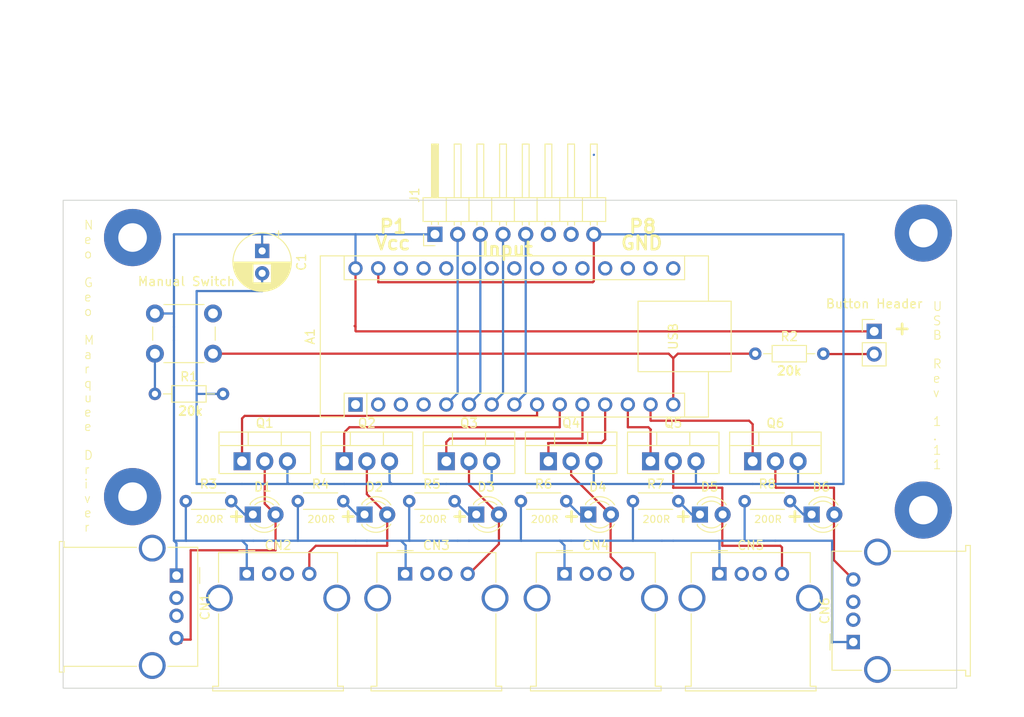
<source format=kicad_pcb>
(kicad_pcb (version 20241229) (generator "pcbnew") (generator_version "9.0")
  (layers (0 "F.Cu" signal) (2 "B.Cu" signal) (13 "F.Paste" user) (15 "B.Paste" user) (5 "F.SilkS" user "F.Silkscreen") (7 "B.SilkS" user "B.Silkscreen") (1 "F.Mask" user) (3 "B.Mask" user) (25 "Edge.Cuts" user))
  (net 0 "")
  (footprint "Resistor_THT:R_Axial_DIN0204_L3.6mm_D1.6mm_P5.08mm_Horizontal" (layer "F.Cu") (at 141.54 92.09)
    (property "Reference" "R7" (at 2.54 -1.92 0) (layer "F.SilkS"))
    (property "Value" "R_Axial_DIN0204_L3.6mm_D1.6mm_P5.08mm_Horizontal")
    (pad "1" thru_hole circle (at 0 0) (size 1.4 1.4) (drill 0.7) (layers "*.Cu" "*.Mask"))
    (pad "2" thru_hole oval (at 5.08 0) (size 1.4 1.4) (drill 0.7) (layers "*.Cu" "*.Mask"))
  )
  (footprint "Resistor_THT:R_Axial_DIN0204_L3.6mm_D1.6mm_P5.08mm_Horizontal" (layer "F.Cu") (at 91.5 92.09)
    (property "Reference" "R3" (at 2.54 -1.92 0) (layer "F.SilkS"))
    (property "Value" "R_Axial_DIN0204_L3.6mm_D1.6mm_P5.08mm_Horizontal")
    (pad "1" thru_hole circle (at 0 0) (size 1.4 1.4) (drill 0.7) (layers "*.Cu" "*.Mask"))
    (pad "2" thru_hole oval (at 5.08 0) (size 1.4 1.4) (drill 0.7) (layers "*.Cu" "*.Mask"))
  )
  (footprint "Connector_USB:USB_A_Molex_67643_Horizontal" (layer "F.Cu") (at 133.88 100.23)
    (property "Reference" "CN4" (at 3.5 -3.19 0) (layer "F.SilkS"))
    (property "Value" "USB_A_Molex_67643_Horizontal")
    (pad "1" thru_hole rect (at 0 0) (size 1.6 1.5) (drill 0.95) (layers "*.Cu" "*.Mask"))
    (pad "2" thru_hole circle (at 2.5 0) (size 1.6 1.6) (drill 0.95) (layers "*.Cu" "*.Mask"))
    (pad "3" thru_hole circle (at 4.5 0) (size 1.6 1.6) (drill 0.95) (layers "*.Cu" "*.Mask"))
    (pad "4" thru_hole circle (at 7 0) (size 1.6 1.6) (drill 0.95) (layers "*.Cu" "*.Mask"))
    (pad "5" thru_hole circle (at -3.07 2.71) (size 3 3) (drill 2.3) (layers "*.Cu" "*.Mask"))
    (pad "5" thru_hole circle (at 10.07 2.71) (size 3 3) (drill 2.3) (layers "*.Cu" "*.Mask"))
  )
  (footprint "Connector_USB:USB_A_Molex_67643_Horizontal" (layer "F.Cu") (at 166.2 107.86 90)
    (property "Reference" "CN6" (at 3.5 -3.19 90) (layer "F.SilkS"))
    (property "Value" "USB_A_Molex_67643_Horizontal")
    (pad "1" thru_hole rect (at 0 0 90) (size 1.6 1.5) (drill 0.95) (layers "*.Cu" "*.Mask"))
    (pad "2" thru_hole circle (at 2.5 0 90) (size 1.6 1.6) (drill 0.95) (layers "*.Cu" "*.Mask"))
    (pad "3" thru_hole circle (at 4.5 0 90) (size 1.6 1.6) (drill 0.95) (layers "*.Cu" "*.Mask"))
    (pad "4" thru_hole circle (at 7 0 90) (size 1.6 1.6) (drill 0.95) (layers "*.Cu" "*.Mask"))
    (pad "5" thru_hole circle (at -3.07 2.71 90) (size 3 3) (drill 2.3) (layers "*.Cu" "*.Mask"))
    (pad "5" thru_hole circle (at 10.07 2.71 90) (size 3 3) (drill 2.3) (layers "*.Cu" "*.Mask"))
  )
  (footprint "Button_Switch_THT:SW_PUSH_6mm_H5mm" (layer "F.Cu") (at 88.04 71.09)
    (property "Reference" "REF**" (hide yes))
    (property "Value" "SW_PUSH_6mm_H5mm")
    (pad "1" thru_hole circle (at 0 0 90) (size 2 2) (drill 1.1) (layers "*.Cu" "*.Mask"))
    (pad "1" thru_hole circle (at 6.5 0 90) (size 2 2) (drill 1.1) (layers "*.Cu" "*.Mask"))
    (pad "2" thru_hole circle (at 0 4.5 90) (size 2 2) (drill 1.1) (layers "*.Cu" "*.Mask"))
    (pad "2" thru_hole circle (at 6.5 4.5 90) (size 2 2) (drill 1.1) (layers "*.Cu" "*.Mask"))
  )
  (footprint "Resistor_THT:R_Axial_DIN0204_L3.6mm_D1.6mm_P7.62mm_Horizontal" (layer "F.Cu") (at 155.23 75.59)
    (property "Reference" "R2" (at 3.81 -1.92 0) (layer "F.SilkS"))
    (property "Value" "R_Axial_DIN0204_L3.6mm_D1.6mm_P7.62mm_Horizontal")
    (pad "1" thru_hole circle (at 0 0) (size 1.4 1.4) (drill 0.7) (layers "*.Cu" "*.Mask"))
    (pad "2" thru_hole oval (at 7.62 0) (size 1.4 1.4) (drill 0.7) (layers "*.Cu" "*.Mask"))
  )
  (footprint "LED_THT:LED_D3.0mm" (layer "F.Cu") (at 99 93.59)
    (property "Reference" "D1" (hide yes))
    (property "Value" "LED_D3.0mm")
    (pad "1" thru_hole rect (at 0 0) (size 1.8 1.8) (drill 0.9) (layers "*.Cu" "*.Mask"))
    (pad "2" thru_hole circle (at 2.54 0) (size 1.8 1.8) (drill 0.9) (layers "*.Cu" "*.Mask"))
  )
  (footprint "MountingHole:MountingHole_3.2mm_M3_Pad" (layer "F.Cu") (at 85.54 62.59)
    (property "Reference" "REF**" (hide yes))
    (property "Value" "MountingHole_3.2mm_M3_Pad")
    (pad "1" thru_hole circle (at 0 0) (size 6.4 6.4) (drill 3.2) (layers "*.Cu" "*.Mask"))
  )
  (footprint "LED_THT:LED_D3.0mm" (layer "F.Cu") (at 161.54 93.59)
    (property "Reference" "D6" (hide yes))
    (property "Value" "LED_D3.0mm")
    (pad "1" thru_hole rect (at 0 0) (size 1.8 1.8) (drill 0.9) (layers "*.Cu" "*.Mask"))
    (pad "2" thru_hole circle (at 2.54 0) (size 1.8 1.8) (drill 0.9) (layers "*.Cu" "*.Mask"))
  )
  (footprint "LED_THT:LED_D3.0mm" (layer "F.Cu") (at 149.04 93.59)
    (property "Reference" "D5" (hide yes))
    (property "Value" "LED_D3.0mm")
    (pad "1" thru_hole rect (at 0 0) (size 1.8 1.8) (drill 0.9) (layers "*.Cu" "*.Mask"))
    (pad "2" thru_hole circle (at 2.54 0) (size 1.8 1.8) (drill 0.9) (layers "*.Cu" "*.Mask"))
  )
  (footprint "Connector_USB:USB_A_Molex_67643_Horizontal" (layer "F.Cu") (at 116.04 100.23)
    (property "Reference" "CN3" (at 3.5 -3.19 0) (layer "F.SilkS"))
    (property "Value" "USB_A_Molex_67643_Horizontal")
    (pad "1" thru_hole rect (at 0 0) (size 1.6 1.5) (drill 0.95) (layers "*.Cu" "*.Mask"))
    (pad "2" thru_hole circle (at 2.5 0) (size 1.6 1.6) (drill 0.95) (layers "*.Cu" "*.Mask"))
    (pad "3" thru_hole circle (at 4.5 0) (size 1.6 1.6) (drill 0.95) (layers "*.Cu" "*.Mask"))
    (pad "4" thru_hole circle (at 7 0) (size 1.6 1.6) (drill 0.95) (layers "*.Cu" "*.Mask"))
    (pad "5" thru_hole circle (at -3.07 2.71) (size 3 3) (drill 2.3) (layers "*.Cu" "*.Mask"))
    (pad "5" thru_hole circle (at 10.07 2.71) (size 3 3) (drill 2.3) (layers "*.Cu" "*.Mask"))
  )
  (footprint "Package_TO_SOT_THT:TO-220-3_Vertical" (layer "F.Cu") (at 154.94 87.63)
    (property "Reference" "Q6" (at 2.54 -4.27 0) (layer "F.SilkS"))
    (property "Value" "TO-220-3_Vertical")
    (pad "1" thru_hole rect (at 0 0) (size 1.905 2) (drill 1.1) (layers "*.Cu" "*.Mask"))
    (pad "2" thru_hole oval (at 2.54 0) (size 1.905 2) (drill 1.1) (layers "*.Cu" "*.Mask"))
    (pad "3" thru_hole oval (at 5.08 0) (size 1.905 2) (drill 1.1) (layers "*.Cu" "*.Mask"))
  )
  (footprint "Capacitor_THT:CP_Radial_D6.3mm_P2.50mm" (layer "F.Cu") (at 100.04 64.09 -90)
    (property "Reference" "C1" (at 1.25 -4.4 90) (layer "F.SilkS"))
    (property "Value" "CP_Radial_D6.3mm_P2.50mm")
    (pad "1" thru_hole rect (at 0 0 270) (size 1.6 1.6) (drill 0.8) (layers "*.Cu" "*.Mask"))
    (pad "2" thru_hole circle (at 2.5 0 270) (size 1.6 1.6) (drill 0.8) (layers "*.Cu" "*.Mask"))
  )
  (footprint "MountingHole:MountingHole_3.2mm_M3_Pad" (layer "F.Cu") (at 174.04 93.09)
    (property "Reference" "REF**" (hide yes))
    (property "Value" "MountingHole_3.2mm_M3_Pad")
    (pad "1" thru_hole circle (at 0 0) (size 6.4 6.4) (drill 3.2) (layers "*.Cu" "*.Mask"))
  )
  (footprint "Connector_USB:USB_A_Molex_67643_Horizontal" (layer "F.Cu") (at 90.45 100.42 -90)
    (property "Reference" "CN1" (at 3.5 -3.19 90) (layer "F.SilkS"))
    (property "Value" "USB_A_Molex_67643_Horizontal")
    (pad "1" thru_hole rect (at 0 0 270) (size 1.6 1.5) (drill 0.95) (layers "*.Cu" "*.Mask"))
    (pad "2" thru_hole circle (at 2.5 0 270) (size 1.6 1.6) (drill 0.95) (layers "*.Cu" "*.Mask"))
    (pad "3" thru_hole circle (at 4.5 0 270) (size 1.6 1.6) (drill 0.95) (layers "*.Cu" "*.Mask"))
    (pad "4" thru_hole circle (at 7 0 270) (size 1.6 1.6) (drill 0.95) (layers "*.Cu" "*.Mask"))
    (pad "5" thru_hole circle (at -3.07 2.71 270) (size 3 3) (drill 2.3) (layers "*.Cu" "*.Mask"))
    (pad "5" thru_hole circle (at 10.07 2.71 270) (size 3 3) (drill 2.3) (layers "*.Cu" "*.Mask"))
  )
  (footprint "Package_TO_SOT_THT:TO-220-3_Vertical" (layer "F.Cu") (at 109.22 87.63)
    (property "Reference" "Q2" (at 2.54 -4.27 0) (layer "F.SilkS"))
    (property "Value" "TO-220-3_Vertical")
    (pad "1" thru_hole rect (at 0 0) (size 1.905 2) (drill 1.1) (layers "*.Cu" "*.Mask"))
    (pad "2" thru_hole oval (at 2.54 0) (size 1.905 2) (drill 1.1) (layers "*.Cu" "*.Mask"))
    (pad "3" thru_hole oval (at 5.08 0) (size 1.905 2) (drill 1.1) (layers "*.Cu" "*.Mask"))
  )
  (footprint "Resistor_THT:R_Axial_DIN0204_L3.6mm_D1.6mm_P5.08mm_Horizontal" (layer "F.Cu") (at 104.04 92.09)
    (property "Reference" "R4" (at 2.54 -1.92 0) (layer "F.SilkS"))
    (property "Value" "R_Axial_DIN0204_L3.6mm_D1.6mm_P5.08mm_Horizontal")
    (pad "1" thru_hole circle (at 0 0) (size 1.4 1.4) (drill 0.7) (layers "*.Cu" "*.Mask"))
    (pad "2" thru_hole oval (at 5.08 0) (size 1.4 1.4) (drill 0.7) (layers "*.Cu" "*.Mask"))
  )
  (footprint "Resistor_THT:R_Axial_DIN0204_L3.6mm_D1.6mm_P5.08mm_Horizontal" (layer "F.Cu") (at 154.04 92.09)
    (property "Reference" "R8" (at 2.54 -1.92 0) (layer "F.SilkS"))
    (property "Value" "R_Axial_DIN0204_L3.6mm_D1.6mm_P5.08mm_Horizontal")
    (pad "1" thru_hole circle (at 0 0) (size 1.4 1.4) (drill 0.7) (layers "*.Cu" "*.Mask"))
    (pad "2" thru_hole oval (at 5.08 0) (size 1.4 1.4) (drill 0.7) (layers "*.Cu" "*.Mask"))
  )
  (footprint "LED_THT:LED_D3.0mm" (layer "F.Cu") (at 136.54 93.59)
    (property "Reference" "D4" (hide yes))
    (property "Value" "LED_D3.0mm")
    (pad "1" thru_hole rect (at 0 0) (size 1.8 1.8) (drill 0.9) (layers "*.Cu" "*.Mask"))
    (pad "2" thru_hole circle (at 2.54 0) (size 1.8 1.8) (drill 0.9) (layers "*.Cu" "*.Mask"))
  )
  (footprint "LED_THT:LED_D3.0mm" (layer "F.Cu") (at 124 93.59)
    (property "Reference" "D3" (hide yes))
    (property "Value" "LED_D3.0mm")
    (pad "1" thru_hole rect (at 0 0) (size 1.8 1.8) (drill 0.9) (layers "*.Cu" "*.Mask"))
    (pad "2" thru_hole circle (at 2.54 0) (size 1.8 1.8) (drill 0.9) (layers "*.Cu" "*.Mask"))
  )
  (footprint "Package_TO_SOT_THT:TO-220-3_Vertical" (layer "F.Cu") (at 143.51 87.63)
    (property "Reference" "Q5" (at 2.54 -4.27 0) (layer "F.SilkS"))
    (property "Value" "TO-220-3_Vertical")
    (pad "1" thru_hole rect (at 0 0) (size 1.905 2) (drill 1.1) (layers "*.Cu" "*.Mask"))
    (pad "2" thru_hole oval (at 2.54 0) (size 1.905 2) (drill 1.1) (layers "*.Cu" "*.Mask"))
    (pad "3" thru_hole oval (at 5.08 0) (size 1.905 2) (drill 1.1) (layers "*.Cu" "*.Mask"))
  )
  (footprint "MountingHole:MountingHole_3.2mm_M3_Pad" (layer "F.Cu") (at 174.04 62.09)
    (property "Reference" "REF**" (hide yes))
    (property "Value" "MountingHole_3.2mm_M3_Pad")
    (pad "1" thru_hole circle (at 0 0) (size 6.4 6.4) (drill 3.2) (layers "*.Cu" "*.Mask"))
  )
  (footprint "Resistor_THT:R_Axial_DIN0204_L3.6mm_D1.6mm_P7.62mm_Horizontal" (layer "F.Cu") (at 88.04 80.09)
    (property "Reference" "R1" (at 3.81 -1.92 0) (layer "F.SilkS"))
    (property "Value" "R_Axial_DIN0204_L3.6mm_D1.6mm_P7.62mm_Horizontal")
    (pad "1" thru_hole circle (at 0 0) (size 1.4 1.4) (drill 0.7) (layers "*.Cu" "*.Mask"))
    (pad "2" thru_hole oval (at 7.62 0) (size 1.4 1.4) (drill 0.7) (layers "*.Cu" "*.Mask"))
  )
  (footprint "Resistor_THT:R_Axial_DIN0204_L3.6mm_D1.6mm_P5.08mm_Horizontal" (layer "F.Cu") (at 116.5 92.09)
    (property "Reference" "R5" (at 2.54 -1.92 0) (layer "F.SilkS"))
    (property "Value" "R_Axial_DIN0204_L3.6mm_D1.6mm_P5.08mm_Horizontal")
    (pad "1" thru_hole circle (at 0 0) (size 1.4 1.4) (drill 0.7) (layers "*.Cu" "*.Mask"))
    (pad "2" thru_hole oval (at 5.08 0) (size 1.4 1.4) (drill 0.7) (layers "*.Cu" "*.Mask"))
  )
  (footprint "Package_TO_SOT_THT:TO-220-3_Vertical" (layer "F.Cu") (at 132.08 87.63)
    (property "Reference" "Q4" (at 2.54 -4.27 0) (layer "F.SilkS"))
    (property "Value" "TO-220-3_Vertical")
    (pad "1" thru_hole rect (at 0 0) (size 1.905 2) (drill 1.1) (layers "*.Cu" "*.Mask"))
    (pad "2" thru_hole oval (at 2.54 0) (size 1.905 2) (drill 1.1) (layers "*.Cu" "*.Mask"))
    (pad "3" thru_hole oval (at 5.08 0) (size 1.905 2) (drill 1.1) (layers "*.Cu" "*.Mask"))
  )
  (footprint "Connector_USB:USB_A_Molex_67643_Horizontal" (layer "F.Cu") (at 98.32 100.23)
    (property "Reference" "CN2" (at 3.5 -3.19 0) (layer "F.SilkS"))
    (property "Value" "USB_A_Molex_67643_Horizontal")
    (pad "1" thru_hole rect (at 0 0) (size 1.6 1.5) (drill 0.95) (layers "*.Cu" "*.Mask"))
    (pad "2" thru_hole circle (at 2.5 0) (size 1.6 1.6) (drill 0.95) (layers "*.Cu" "*.Mask"))
    (pad "3" thru_hole circle (at 4.5 0) (size 1.6 1.6) (drill 0.95) (layers "*.Cu" "*.Mask"))
    (pad "4" thru_hole circle (at 7 0) (size 1.6 1.6) (drill 0.95) (layers "*.Cu" "*.Mask"))
    (pad "5" thru_hole circle (at -3.07 2.71) (size 3 3) (drill 2.3) (layers "*.Cu" "*.Mask"))
    (pad "5" thru_hole circle (at 10.07 2.71) (size 3 3) (drill 2.3) (layers "*.Cu" "*.Mask"))
  )
  (footprint "Connector_USB:USB_A_Molex_67643_Horizontal" (layer "F.Cu") (at 151.22 100.23)
    (property "Reference" "CN5" (at 3.5 -3.19 0) (layer "F.SilkS"))
    (property "Value" "USB_A_Molex_67643_Horizontal")
    (pad "1" thru_hole rect (at 0 0) (size 1.6 1.5) (drill 0.95) (layers "*.Cu" "*.Mask"))
    (pad "2" thru_hole circle (at 2.5 0) (size 1.6 1.6) (drill 0.95) (layers "*.Cu" "*.Mask"))
    (pad "3" thru_hole circle (at 4.5 0) (size 1.6 1.6) (drill 0.95) (layers "*.Cu" "*.Mask"))
    (pad "4" thru_hole circle (at 7 0) (size 1.6 1.6) (drill 0.95) (layers "*.Cu" "*.Mask"))
    (pad "5" thru_hole circle (at -3.07 2.71) (size 3 3) (drill 2.3) (layers "*.Cu" "*.Mask"))
    (pad "5" thru_hole circle (at 10.07 2.71) (size 3 3) (drill 2.3) (layers "*.Cu" "*.Mask"))
  )
  (footprint "Package_TO_SOT_THT:TO-220-3_Vertical" (layer "F.Cu") (at 120.65 87.63)
    (property "Reference" "Q3" (at 2.54 -4.27 0) (layer "F.SilkS"))
    (property "Value" "TO-220-3_Vertical")
    (pad "1" thru_hole rect (at 0 0) (size 1.905 2) (drill 1.1) (layers "*.Cu" "*.Mask"))
    (pad "2" thru_hole oval (at 2.54 0) (size 1.905 2) (drill 1.1) (layers "*.Cu" "*.Mask"))
    (pad "3" thru_hole oval (at 5.08 0) (size 1.905 2) (drill 1.1) (layers "*.Cu" "*.Mask"))
  )
  (footprint "MountingHole:MountingHole_3.2mm_M3_Pad" (layer "F.Cu") (at 85.54 91.59)
    (property "Reference" "REF**" (hide yes))
    (property "Value" "MountingHole_3.2mm_M3_Pad")
    (pad "1" thru_hole circle (at 0 0) (size 6.4 6.4) (drill 3.2) (layers "*.Cu" "*.Mask"))
  )
  (footprint "Package_TO_SOT_THT:TO-220-3_Vertical" (layer "F.Cu") (at 97.79 87.63)
    (property "Reference" "Q1" (at 2.54 -4.27 0) (layer "F.SilkS"))
    (property "Value" "TO-220-3_Vertical")
    (pad "1" thru_hole rect (at 0 0) (size 1.905 2) (drill 1.1) (layers "*.Cu" "*.Mask"))
    (pad "2" thru_hole oval (at 2.54 0) (size 1.905 2) (drill 1.1) (layers "*.Cu" "*.Mask"))
    (pad "3" thru_hole oval (at 5.08 0) (size 1.905 2) (drill 1.1) (layers "*.Cu" "*.Mask"))
  )
  (footprint "Module:Arduino_Nano_WithMountingHoles" (layer "F.Cu") (at 110.49 81.28 90)
    (property "Reference" "A1" (at 7.62 -5.08 90) (layer "F.SilkS"))
    (property "Value" "Arduino_Nano_WithMountingHoles")
    (fp_text user "USB" (at 7.62 35.56 90) (layer "F.SilkS"))
    (pad "" np_thru_hole circle (at 0 -2.54 90) (size 1.78 1.78) (drill 1.78) (layers "*.Cu" "*.Mask"))
    (pad "" np_thru_hole circle (at 0 38.1 90) (size 1.78 1.78) (drill 1.78) (layers "*.Cu" "*.Mask"))
    (pad "" np_thru_hole circle (at 15.24 -2.54 90) (size 1.78 1.78) (drill 1.78) (layers "*.Cu" "*.Mask"))
    (pad "" np_thru_hole circle (at 15.24 38.1 90) (size 1.78 1.78) (drill 1.78) (layers "*.Cu" "*.Mask"))
    (pad "3V3 Out" thru_hole oval (at 15.24 33.02 90) (size 1.6 1.6) (drill 1) (layers "*.Cu" "*.Mask"))
    (pad "5V Out" thru_hole oval (at 15.24 7.62 90) (size 1.6 1.6) (drill 1) (layers "*.Cu" "*.Mask"))
    (pad "A0" thru_hole oval (at 15.24 27.94 90) (size 1.6 1.6) (drill 1) (layers "*.Cu" "*.Mask"))
    (pad "A1" thru_hole oval (at 15.24 25.4 90) (size 1.6 1.6) (drill 1) (layers "*.Cu" "*.Mask"))
    (pad "A2" thru_hole oval (at 15.24 22.86 90) (size 1.6 1.6) (drill 1) (layers "*.Cu" "*.Mask"))
    (pad "A3" thru_hole oval (at 15.24 20.32 90) (size 1.6 1.6) (drill 1) (layers "*.Cu" "*.Mask"))
    (pad "A4" thru_hole oval (at 15.24 17.78 90) (size 1.6 1.6) (drill 1) (layers "*.Cu" "*.Mask"))
    (pad "A5" thru_hole oval (at 15.24 15.24 90) (size 1.6 1.6) (drill 1) (layers "*.Cu" "*.Mask"))
    (pad "A6" thru_hole oval (at 15.24 12.7 90) (size 1.6 1.6) (drill 1) (layers "*.Cu" "*.Mask"))
    (pad "A7" thru_hole oval (at 15.24 10.16 90) (size 1.6 1.6) (drill 1) (layers "*.Cu" "*.Mask"))
    (pad "D2" thru_hole oval (at 0 10.16 90) (size 1.6 1.6) (drill 1) (layers "*.Cu" "*.Mask"))
    (pad "D3" thru_hole oval (at 0 12.7 90) (size 1.6 1.6) (drill 1) (layers "*.Cu" "*.Mask"))
    (pad "D4" thru_hole oval (at 0 15.24 90) (size 1.6 1.6) (drill 1) (layers "*.Cu" "*.Mask"))
    (pad "D5" thru_hole oval (at 0 17.78 90) (size 1.6 1.6) (drill 1) (layers "*.Cu" "*.Mask"))
    (pad "D6" thru_hole oval (at 0 20.32 90) (size 1.6 1.6) (drill 1) (layers "*.Cu" "*.Mask"))
    (pad "D7" thru_hole oval (at 0 22.86 90) (size 1.6 1.6) (drill 1) (layers "*.Cu" "*.Mask"))
    (pad "D8" thru_hole oval (at 0 25.4 90) (size 1.6 1.6) (drill 1) (layers "*.Cu" "*.Mask"))
    (pad "D9" thru_hole oval (at 0 27.94 90) (size 1.6 1.6) (drill 1) (layers "*.Cu" "*.Mask"))
    (pad "D10" thru_hole oval (at 0 30.48 90) (size 1.6 1.6) (drill 1) (layers "*.Cu" "*.Mask"))
    (pad "D11" thru_hole oval (at 0 33.02 90) (size 1.6 1.6) (drill 1) (layers "*.Cu" "*.Mask"))
    (pad "D12" thru_hole oval (at 0 35.56 90) (size 1.6 1.6) (drill 1) (layers "*.Cu" "*.Mask"))
    (pad "D13" thru_hole oval (at 15.24 35.56 90) (size 1.6 1.6) (drill 1) (layers "*.Cu" "*.Mask"))
    (pad "GND" thru_hole oval (at 0 7.62 90) (size 1.6 1.6) (drill 1) (layers "*.Cu" "*.Mask"))
    (pad "GND" thru_hole oval (at 15.24 2.54 90) (size 1.6 1.6) (drill 1) (layers "*.Cu" "*.Mask"))
    (pad "REF" thru_hole oval (at 15.24 30.48 90) (size 1.6 1.6) (drill 1) (layers "*.Cu" "*.Mask"))
    (pad "RST" thru_hole oval (at 0 5.08 90) (size 1.6 1.6) (drill 1) (layers "*.Cu" "*.Mask"))
    (pad "RST" thru_hole oval (at 15.24 5.08 90) (size 1.6 1.6) (drill 1) (layers "*.Cu" "*.Mask"))
    (pad "RX0" thru_hole oval (at 0 2.54 90) (size 1.6 1.6) (drill 1) (layers "*.Cu" "*.Mask"))
    (pad "TX1" thru_hole rect (at 0 0 90) (size 1.6 1.6) (drill 1) (layers "*.Cu" "*.Mask"))
    (pad "Vin" thru_hole oval (at 15.24 0 90) (size 1.6 1.6) (drill 1) (layers "*.Cu" "*.Mask"))
  )
  (footprint "Resistor_THT:R_Axial_DIN0204_L3.6mm_D1.6mm_P5.08mm_Horizontal" (layer "F.Cu") (at 129 92.09)
    (property "Reference" "R6" (at 2.54 -1.92 0) (layer "F.SilkS"))
    (property "Value" "R_Axial_DIN0204_L3.6mm_D1.6mm_P5.08mm_Horizontal")
    (pad "1" thru_hole circle (at 0 0) (size 1.4 1.4) (drill 0.7) (layers "*.Cu" "*.Mask"))
    (pad "2" thru_hole oval (at 5.08 0) (size 1.4 1.4) (drill 0.7) (layers "*.Cu" "*.Mask"))
  )
  (footprint "Connector_PinHeader_2.54mm:PinHeader_1x02_P2.54mm_Vertical" (layer "F.Cu") (at 168.54 73.09)
    (property "Reference" "REF**" (hide yes))
    (property "Value" "PinHeader_1x02_P2.54mm_Vertical")
    (pad "1" thru_hole rect (at 0 0) (size 1.7 1.7) (drill 1) (layers "*.Cu" "*.Mask"))
    (pad "2" thru_hole oval (at 0 2.54) (size 1.7 1.7) (drill 1) (layers "*.Cu" "*.Mask"))
  )
  (footprint "Connector_PinHeader_2.54mm:PinHeader_1x08_P2.54mm_Horizontal" (layer "F.Cu") (at 119.38 62.23 90)
    (property "Reference" "J1" (at 4.385 -2.27 90) (layer "F.SilkS"))
    (property "Value" "PinHeader_1x08_P2.54mm_Horizontal")
    (pad "1" thru_hole rect (at 0 0 90) (size 1.7 1.7) (drill 1) (layers "*.Cu" "*.Mask"))
    (pad "2" thru_hole oval (at 0 2.54 90) (size 1.7 1.7) (drill 1) (layers "*.Cu" "*.Mask"))
    (pad "3" thru_hole oval (at 0 5.08 90) (size 1.7 1.7) (drill 1) (layers "*.Cu" "*.Mask"))
    (pad "4" thru_hole oval (at 0 7.62 90) (size 1.7 1.7) (drill 1) (layers "*.Cu" "*.Mask"))
    (pad "5" thru_hole oval (at 0 10.16 90) (size 1.7 1.7) (drill 1) (layers "*.Cu" "*.Mask"))
    (pad "6" thru_hole oval (at 0 12.7 90) (size 1.7 1.7) (drill 1) (layers "*.Cu" "*.Mask"))
    (pad "7" thru_hole oval (at 0 15.24 90) (size 1.7 1.7) (drill 1) (layers "*.Cu" "*.Mask"))
    (pad "8" thru_hole oval (at 0 17.78 90) (size 1.7 1.7) (drill 1) (layers "*.Cu" "*.Mask"))
  )
  (footprint "LED_THT:LED_D3.0mm" (layer "F.Cu") (at 111.5 93.59)
    (property "Reference" "D2" (hide yes))
    (property "Value" "LED_D3.0mm")
    (pad "1" thru_hole rect (at 0 0) (size 1.8 1.8) (drill 0.9) (layers "*.Cu" "*.Mask"))
    (pad "2" thru_hole circle (at 2.54 0) (size 1.8 1.8) (drill 0.9) (layers "*.Cu" "*.Mask"))
  )
  (gr_rect (start 77.77 58.42) (end 177.77 113.03) (stroke (width 0.1)) (fill no) (layer "Edge.Cuts"))
  (gr_text "D4" (at 136.54 91.09 0) (layer "F.SilkS") (effects (font (size 1 1)) (justify left bottom)))
  (gr_text "D5" (at 149.04 91.09 0) (layer "F.SilkS") (effects (font (size 1 1)) (justify left bottom)))
  (gr_text "+" (at 170.54 73.59 0) (layer "F.SilkS") (effects (font (size 1.5 1.5) (thickness 0.3) (bold yes)) (justify left bottom)))
  (gr_text "+" (at 96.04 94.59 0) (layer "F.SilkS") (effects (font (size 1.5 1.5) (thickness 0.3) (bold yes)) (justify left bottom)))
  (gr_text "200R" (at 155.04 94.59 0) (layer "F.SilkS") (effects (font (size 0.8 0.8) (thickness 0.12)) (justify left bottom)))
  (gr_text "+" (at 121.04 94.59 0) (layer "F.SilkS") (effects (font (size 1.5 1.5) (thickness 0.3) (bold yes)) (justify left bottom)))
  (gr_text "200R" (at 142.54 94.59 0) (layer "F.SilkS") (effects (font (size 0.8 0.8) (thickness 0.12)) (justify left bottom)))
  (gr_text "Manual Switch" (at 86.04 68.09 0) (layer "F.SilkS") (effects (font (size 1 1)) (justify left bottom)))
  (gr_text "D1" (at 99.04 91.09 0) (layer "F.SilkS") (effects (font (size 1 1)) (justify left bottom)))
  (gr_text "20k" (at 90.54 82.59 0) (layer "F.SilkS") (effects (font (size 1 1) (thickness 0.2) (bold yes)) (justify left bottom)))
  (gr_text "200R" (at 117.54 94.59 0) (layer "F.SilkS") (effects (font (size 0.8 0.8) (thickness 0.12)) (justify left bottom)))
  (gr_text "P8" (at 140.97 62.23 0) (layer "F.SilkS") (effects (font (size 1.5 1.5) (thickness 0.3) (bold yes)) (justify left bottom)))
  (gr_text "200R" (at 105.04 94.59 0) (layer "F.SilkS") (effects (font (size 0.8 0.8) (thickness 0.12)) (justify left bottom)))
  (gr_text "20k" (at 157.54 78.09 0) (layer "F.SilkS") (effects (font (size 1 1) (thickness 0.2) (bold yes)) (justify left bottom)))
  (gr_text "+" (at 108.54 94.59 0) (layer "F.SilkS") (effects (font (size 1.5 1.5) (thickness 0.3) (bold yes)) (justify left bottom)))
  (gr_text "GND" (at 140.04 64.09 0) (layer "F.SilkS") (effects (font (size 1.5 1.5) (thickness 0.3) (bold yes)) (justify left bottom)))
  (gr_text "D3" (at 124.04 91.09 0) (layer "F.SilkS") (effects (font (size 1 1)) (justify left bottom)))
  (gr_text "Vcc" (at 112.54 64.09 0) (layer "F.SilkS") (effects (font (size 1.5 1.5) (thickness 0.3) (bold yes)) (justify left bottom)))
  (gr_text "U\nS\nB\n\nR\ne\nv\n\n1\n.\n1\n1" (at 175.04 88.59 0) (layer "F.SilkS") (effects (font (size 1 1) (thickness 0.1)) (justify left bottom)))
  (gr_text "P1" (at 113.03 62.23 0) (layer "F.SilkS") (effects (font (size 1.5 1.5) (thickness 0.3) (bold yes)) (justify left bottom)))
  (gr_text "200R" (at 92.54 94.59 0) (layer "F.SilkS") (effects (font (size 0.8 0.8) (thickness 0.12)) (justify left bottom)))
  (gr_text "Button Header" (at 163.04 70.59 0) (layer "F.SilkS") (effects (font (size 1 1)) (justify left bottom)))
  (gr_text "+" (at 158.54 94.59 0) (layer "F.SilkS") (effects (font (size 1.5 1.5) (thickness 0.3) (bold yes)) (justify left bottom)))
  (gr_text "Input" (at 124.46 64.77 0) (layer "F.SilkS") (effects (font (size 1.5 1.5) (thickness 0.3) (bold yes)) (justify left bottom)))
  (gr_text "+" (at 146.04 94.59 0) (layer "F.SilkS") (effects (font (size 1.5 1.5) (thickness 0.3) (bold yes)) (justify left bottom)))
  (gr_text "D6" (at 161.54 91.09 0) (layer "F.SilkS") (effects (font (size 1 1)) (justify left bottom)))
  (gr_text "+" (at 133.54 94.59 0) (layer "F.SilkS") (effects (font (size 1.5 1.5) (thickness 0.3) (bold yes)) (justify left bottom)))
  (gr_text "N\ne\no\n\nG\ne\no\n\nM\na\nr\nq\nu\ne\ne\n\nD\nr\ni\nv\ne\nr" (at 80.04 95.59 0) (layer "F.SilkS") (effects (font (size 1 1) (thickness 0.1)) (justify left bottom)))
  (gr_text "200R" (at 130.04 94.59 0) (layer "F.SilkS") (effects (font (size 0.8 0.8) (thickness 0.12)) (justify left bottom)))
  (gr_text "D2" (at 111.54 91.09 0) (layer "F.SilkS") (effects (font (size 1 1)) (justify left bottom)))
  (segment (start 143.54 83.09) (end 154.54 83.09) (width 0.25) (layer "F.Cu") (net 0))
  (segment (start 126.54 96.89) (end 123.1 100.33) (width 0.25) (layer "F.Cu") (net 0))
  (segment (start 133.35 81.28) (end 133.35 83.82) (width 0.25) (layer "F.Cu") (net 0))
  (segment (start 146.05 76.1) (end 146.05 81.28) (width 0.25) (layer "F.Cu") (net 0))
  (segment (start 138.43 85.2) (end 138.04 85.59) (width 0.25) (layer "F.Cu") (net 0))
  (segment (start 164.04 93.59) (end 164.04 98.7) (width 0.25) (layer "F.Cu") (net 0))
  (segment (start 143.51 84.12) (end 143.51 87.63) (width 0.25) (layer "F.Cu") (net 0))
  (segment (start 114.04 93.59) (end 114.04 97.09) (width 0.25) (layer "F.Cu") (net 0))
  (segment (start 146.05 90.58) (end 146.04 90.59) (width 0.25) (layer "F.Cu") (net 0))
  (segment (start 164.04 98.7) (end 166.2 100.86) (width 0.25) (layer "F.Cu") (net 0))
  (segment (start 140.97 83.82) (end 143.27 83.82) (width 0.25) (layer "F.Cu") (net 0))
  (segment (start 110.39 72.49) (end 110.49 72.59) (width 0.25) (layer "F.Cu") (net 0))
  (segment (start 158.22 97.27) (end 158.22 100.16) (width 0.25) (layer "F.Cu") (net 0))
  (segment (start 92.04 97.59) (end 92.04 107.59) (width 0.25) (layer "F.Cu") (net 0))
  (segment (start 97.79 82.84) (end 97.79 87.63) (width 0.25) (layer "F.Cu") (net 0))
  (segment (start 151.54 97.09) (end 158.04 97.09) (width 0.25) (layer "F.Cu") (net 0))
  (segment (start 130.81 81.28) (end 130.81 82.55) (width 0.25) (layer "F.Cu") (net 0))
  (segment (start 101.54 93.59) (end 101.54 97.59) (width 0.25) (layer "F.Cu") (net 0))
  (segment (start 90.62 107.59) (end 90.45 107.42) (width 0.25) (layer "F.Cu") (net 0))
  (segment (start 135.89 85.09) (end 135.89 81.28) (width 0.25) (layer "F.Cu") (net 0))
  (segment (start 168.54 73.09) (end 110.54 73.09) (width 0.25) (layer "F.Cu") (net 0))
  (segment (start 101.54 97.59) (end 92.04 97.59) (width 0.25) (layer "F.Cu") (net 0))
  (segment (start 126.54 93.59) (end 126.54 96.89) (width 0.25) (layer "F.Cu") (net 0))
  (segment (start 138.04 85.59) (end 132.04 85.59) (width 0.25) (layer "F.Cu") (net 0))
  (segment (start 146.05 87.63) (end 146.05 90.58) (width 0.25) (layer "F.Cu") (net 0))
  (segment (start 114.04 97.09) (end 106.04 97.09) (width 0.25) (layer "F.Cu") (net 0))
  (segment (start 143.51 81.28) (end 143.51 83.06) (width 0.25) (layer "F.Cu") (net 0))
  (segment (start 111.76 91.31) (end 114.04 93.59) (width 0.25) (layer "F.Cu") (net 0))
  (segment (start 158.04 97.09) (end 158.22 97.27) (width 0.25) (layer "F.Cu") (net 0))
  (segment (start 113.04 66.05) (end 113.03 66.04) (width 0.25) (layer "F.Cu") (net 0))
  (segment (start 98.08 82.55) (end 97.79 82.84) (width 0.25) (layer "F.Cu") (net 0))
  (segment (start 132.04 85.59) (end 132.08 85.63) (width 0.25) (layer "F.Cu") (net 0))
  (segment (start 92.04 107.59) (end 90.62 107.59) (width 0.25) (layer "F.Cu") (net 0))
  (segment (start 134.62 89.17) (end 139.04 93.59) (width 0.25) (layer "F.Cu") (net 0))
  (segment (start 157.48 87.63) (end 157.48 90.53) (width 0.25) (layer "F.Cu") (net 0))
  (segment (start 110.49 73.04) (end 110.49 72.59) (width 0.25) (layer "F.Cu") (net 0))
  (segment (start 120.65 85.48) (end 120.65 87.63) (width 0.25) (layer "F.Cu") (net 0))
  (segment (start 109.22 84.41) (end 109.22 87.63) (width 0.25) (layer "F.Cu") (net 0))
  (segment (start 113.04 67.59) (end 113.04 66.05) (width 0.25) (layer "F.Cu") (net 0))
  (segment (start 137.16 62.23) (end 137.16 67.47) (width 0.25) (layer "F.Cu") (net 0))
  (segment (start 134.62 87.63) (end 134.62 89.17) (width 0.25) (layer "F.Cu") (net 0))
  (segment (start 157.48 90.53) (end 157.54 90.59) (width 0.25) (layer "F.Cu") (net 0))
  (segment (start 157.54 90.59) (end 164.04 90.59) (width 0.25) (layer "F.Cu") (net 0))
  (segment (start 168.54 75.63) (end 162.89 75.63) (width 0.25) (layer "F.Cu") (net 0))
  (segment (start 164.04 90.59) (end 164.04 93.59) (width 0.25) (layer "F.Cu") (net 0))
  (segment (start 154.54 83.09) (end 154.94 83.49) (width 0.25) (layer "F.Cu") (net 0))
  (segment (start 109.81 83.82) (end 109.22 84.41) (width 0.25) (layer "F.Cu") (net 0))
  (segment (start 143.27 83.82) (end 143.54 84.09) (width 0.25) (layer "F.Cu") (net 0))
  (segment (start 110.54 73.09) (end 110.49 73.04) (width 0.25) (layer "F.Cu") (net 0))
  (segment (start 123.19 87.63) (end 123.19 90.24) (width 0.25) (layer "F.Cu") (net 0))
  (segment (start 137.04 67.59) (end 113.04 67.59) (width 0.25) (layer "F.Cu") (net 0))
  (segment (start 111.76 87.63) (end 111.76 91.31) (width 0.25) (layer "F.Cu") (net 0))
  (segment (start 145.54 75.59) (end 146.05 76.1) (width 0.25) (layer "F.Cu") (net 0))
  (segment (start 132.08 85.63) (end 132.08 87.63) (width 0.25) (layer "F.Cu") (net 0))
  (segment (start 137.16 67.47) (end 137.04 67.59) (width 0.25) (layer "F.Cu") (net 0))
  (segment (start 100.33 87.63) (end 100.33 92.38) (width 0.25) (layer "F.Cu") (net 0))
  (segment (start 140.97 81.28) (end 140.97 83.82) (width 0.25) (layer "F.Cu") (net 0))
  (segment (start 90.98 107.95) (end 90.45 107.42) (width 0.25) (layer "F.Cu") (net 0))
  (segment (start 135.89 85.09) (end 121.04 85.09) (width 0.25) (layer "F.Cu") (net 0))
  (segment (start 100.33 92.38) (end 101.54 93.59) (width 0.25) (layer "F.Cu") (net 0))
  (segment (start 110.49 72.59) (end 110.49 66.04) (width 0.25) (layer "F.Cu") (net 0))
  (segment (start 139.04 98.32) (end 140.88 100.16) (width 0.25) (layer "F.Cu") (net 0))
  (segment (start 151.54 90.59) (end 151.54 93.59) (width 0.25) (layer "F.Cu") (net 0))
  (segment (start 143.54 84.09) (end 143.51 84.12) (width 0.25) (layer "F.Cu") (net 0))
  (segment (start 106.04 97.09) (end 105.32 97.81) (width 0.25) (layer "F.Cu") (net 0))
  (segment (start 100.04 87.92) (end 100.33 87.63) (width 0.25) (layer "F.Cu") (net 0))
  (segment (start 137.16 93.98) (end 137.16 93.71) (width 0.25) (layer "F.Cu") (net 0))
  (segment (start 94.54 75.59) (end 145.54 75.59) (width 0.25) (layer "F.Cu") (net 0))
  (segment (start 130.81 82.55) (end 98.08 82.55) (width 0.25) (layer "F.Cu") (net 0))
  (segment (start 151.54 93.59) (end 151.54 97.09) (width 0.25) (layer "F.Cu") (net 0))
  (segment (start 133.35 83.82) (end 109.81 83.82) (width 0.25) (layer "F.Cu") (net 0))
  (segment (start 138.43 81.28) (end 138.43 85.2) (width 0.25) (layer "F.Cu") (net 0))
  (segment (start 146.56 75.59) (end 146.05 76.1) (width 0.25) (layer "F.Cu") (net 0))
  (segment (start 146.04 90.59) (end 151.54 90.59) (width 0.25) (layer "F.Cu") (net 0))
  (segment (start 143.51 83.06) (end 143.54 83.09) (width 0.25) (layer "F.Cu") (net 0))
  (segment (start 154.94 83.49) (end 154.94 87.63) (width 0.25) (layer "F.Cu") (net 0))
  (segment (start 162.89 75.63) (end 162.85 75.59) (width 0.25) (layer "F.Cu") (net 0))
  (segment (start 139.04 93.59) (end 139.04 98.32) (width 0.25) (layer "F.Cu") (net 0))
  (segment (start 121.04 85.09) (end 120.65 85.48) (width 0.25) (layer "F.Cu") (net 0))
  (segment (start 105.32 97.81) (end 105.32 100.33) (width 0.25) (layer "F.Cu") (net 0))
  (segment (start 123.19 90.24) (end 126.54 93.59) (width 0.25) (layer "F.Cu") (net 0))
  (segment (start 155.23 75.59) (end 146.56 75.59) (width 0.25) (layer "F.Cu") (net 0))
  (segment (start 116.54 96.52) (end 121.92 96.52) (width 0.25) (layer "B.Cu") (net 0))
  (segment (start 92.71 80.09) (end 92.71 68.58) (width 0.25) (layer "B.Cu") (net 0))
  (segment (start 104.04 92.09) (end 104.04 96.52) (width 0.25) (layer "B.Cu") (net 0))
  (segment (start 123.08 93.59) (end 124 93.59) (width 0.25) (layer "B.Cu") (net 0))
  (segment (start 110.49 62.23) (end 119.38 62.23) (width 0.25) (layer "B.Cu") (net 0))
  (segment (start 137.04 90.17) (end 143.51 90.17) (width 0.25) (layer "B.Cu") (net 0))
  (segment (start 154.04 92.09) (end 154.04 96.52) (width 0.25) (layer "B.Cu") (net 0))
  (segment (start 137.16 90.05) (end 137.16 87.63) (width 0.25) (layer "B.Cu") (net 0))
  (segment (start 114.54 90.17) (end 114.3 89.93) (width 0.25) (layer "B.Cu") (net 0))
  (segment (start 132.08 90.17) (end 137.04 90.17) (width 0.25) (layer "B.Cu") (net 0))
  (segment (start 114.3 89.93) (end 114.3 87.63) (width 0.25) (layer "B.Cu") (net 0))
  (segment (start 148.59 90.12) (end 148.54 90.17) (width 0.2) (layer "B.Cu") (net 0))
  (segment (start 110.49 96.52) (end 111.76 96.52) (width 0.25) (layer "B.Cu") (net 0))
  (segment (start 160.62 93.59) (end 161.5 93.59) (width 0.25) (layer "B.Cu") (net 0))
  (segment (start 115.57 96.52) (end 116.54 96.52) (width 0.25) (layer "B.Cu") (net 0))
  (segment (start 160.02 90.15) (end 160.02 87.63) (width 0.25) (layer "B.Cu") (net 0))
  (segment (start 92.71 90.17) (end 92.71 80.09) (width 0.25) (layer "B.Cu") (net 0))
  (segment (start 90.17 74.09) (end 90.17 72.59) (width 0.25) (layer "B.Cu") (net 0))
  (segment (start 91.54 96.52) (end 97.79 96.52) (width 0.25) (layer "B.Cu") (net 0))
  (segment (start 121.92 62.23) (end 121.92 80.01) (width 0.25) (layer "B.Cu") (net 0))
  (segment (start 163.92 107.86) (end 166.2 107.86) (width 0.25) (layer "B.Cu") (net 0))
  (segment (start 156.21 96.52) (end 157.48 96.52) (width 0.25) (layer "B.Cu") (net 0))
  (segment (start 148.54 90.17) (end 154.94 90.17) (width 0.25) (layer "B.Cu") (net 0))
  (segment (start 123.19 96.52) (end 129.04 96.52) (width 0.25) (layer "B.Cu") (net 0))
  (segment (start 137.16 53.34) (end 137.175 53.325) (width 0.25) (layer "B.Cu") (net 0))
  (segment (start 144.78 96.52) (end 146.05 96.52) (width 0.25) (layer "B.Cu") (net 0))
  (segment (start 160.04 90.17) (end 160.02 90.15) (width 0.25) (layer "B.Cu") (net 0))
  (segment (start 116.1 97.05) (end 116.1 100.33) (width 0.25) (layer "B.Cu") (net 0))
  (segment (start 97.79 90.17) (end 103.04 90.17) (width 0.25) (layer "B.Cu") (net 0))
  (segment (start 97.79 96.52) (end 99.06 96.52) (width 0.25) (layer "B.Cu") (net 0))
  (segment (start 124.46 62.23) (end 124.46 80.01) (width 0.25) (layer "B.Cu") (net 0))
  (segment (start 141.54 92.09) (end 141.54 96.52) (width 0.25) (layer "B.Cu") (net 0))
  (segment (start 90.17 71.09) (end 90.17 62.23) (width 0.25) (layer "B.Cu") (net 0))
  (segment (start 100.04 62.23) (end 110.49 62.23) (width 0.25) (layer "B.Cu") (net 0))
  (segment (start 127 62.23) (end 127 80.01) (width 0.25) (layer "B.Cu") (net 0))
  (segment (start 90.17 71.09) (end 88.04 71.09) (width 0.25) (layer "B.Cu") (net 0))
  (segment (start 116.5 92.09) (end 116.5 96.48) (width 0.25) (layer "B.Cu") (net 0))
  (segment (start 90.17 72.59) (end 90.17 71.09) (width 0.25) (layer "B.Cu") (net 0))
  (segment (start 163.83 96.52) (end 163.83 107.95) (width 0.25) (layer "B.Cu") (net 0))
  (segment (start 129 96.48) (end 129.04 96.52) (width 0.25) (layer "B.Cu") (net 0))
  (segment (start 159.12 92.09) (end 160.62 93.59) (width 0.25) (layer "B.Cu") (net 0))
  (segment (start 95.66 80.09) (end 92.71 80.09) (width 0.25) (layer "B.Cu") (net 0))
  (segment (start 120.65 90.17) (end 125.54 90.17) (width 0.25) (layer "B.Cu") (net 0))
  (segment (start 103.04 90.17) (end 102.87 90) (width 0.25) (layer "B.Cu") (net 0))
  (segment (start 104.04 96.52) (end 110.49 96.52) (width 0.25) (layer "B.Cu") (net 0))
  (segment (start 148.59 87.63) (end 148.59 90.12) (width 0.25) (layer "B.Cu") (net 0))
  (segment (start 90.45 96.8) (end 90.45 100.42) (width 0.25) (layer "B.Cu") (net 0))
  (segment (start 146.62 92.09) (end 148.12 93.59) (width 0.25) (layer "B.Cu") (net 0))
  (segment (start 110.62 93.59) (end 111.5 93.59) (width 0.25) (layer "B.Cu") (net 0))
  (segment (start 100.04 64.09) (end 100.04 62.23) (width 0.25) (layer "B.Cu") (net 0))
  (segment (start 121.92 96.52) (end 123.19 96.52) (width 0.25) (layer "B.Cu") (net 0))
  (segment (start 165.1 90.17) (end 165.1 62.23) (width 0.25) (layer "B.Cu") (net 0))
  (segment (start 102.87 90) (end 102.87 87.63) (width 0.25) (layer "B.Cu") (net 0))
  (segment (start 103.04 90.17) (end 109.22 90.17) (width 0.25) (layer "B.Cu") (net 0))
  (segment (start 129.54 80.01) (end 128.27 81.28) (width 0.25) (layer "B.Cu") (net 0))
  (segment (start 141.54 96.52) (end 144.78 96.52) (width 0.25) (layer "B.Cu") (net 0))
  (segment (start 121.92 80.01) (end 120.65 81.28) (width 0.25) (layer "B.Cu") (net 0))
  (segment (start 121.58 92.09) (end 123.08 93.59) (width 0.25) (layer "B.Cu") (net 0))
  (segment (start 154.94 90.17) (end 160.04 90.17) (width 0.25) (layer "B.Cu") (net 0))
  (segment (start 151.13 96.52) (end 151.22 96.61) (width 0.25) (layer "B.Cu") (net 0))
  (segment (start 109.22 90.17) (end 114.54 90.17) (width 0.25) (layer "B.Cu") (net 0))
  (segment (start 98.08 93.59) (end 99 93.59) (width 0.25) (layer "B.Cu") (net 0))
  (segment (start 135.58 93.59) (end 136.5 93.59) (width 0.25) (layer "B.Cu") (net 0))
  (segment (start 157.48 96.52) (end 163.83 96.52) (width 0.25) (layer "B.Cu") (net 0))
  (segment (start 97.79 96.52) (end 98.32 97.05) (width 0.25) (layer "B.Cu") (net 0))
  (segment (start 151.22 96.61) (end 151.22 100.16) (width 0.25) (layer "B.Cu") (net 0))
  (segment (start 134.08 92.09) (end 135.58 93.59) (width 0.25) (layer "B.Cu") (net 0))
  (segment (start 165.1 62.23) (end 137.16 62.23) (width 0.25) (layer "B.Cu") (net 0))
  (segment (start 100.33 96.52) (end 104.04 96.52) (width 0.25) (layer "B.Cu") (net 0))
  (segment (start 163.83 107.95) (end 163.92 107.86) (width 0.25) (layer "B.Cu") (net 0))
  (segment (start 90.17 96.52) (end 90.45 96.8) (width 0.25) (layer "B.Cu") (net 0))
  (segment (start 137.04 90.17) (end 137.16 90.05) (width 0.25) (layer "B.Cu") (net 0))
  (segment (start 90.17 96.52) (end 91.54 96.52) (width 0.25) (layer "B.Cu") (net 0))
  (segment (start 148.12 93.59) (end 149 93.59) (width 0.25) (layer "B.Cu") (net 0))
  (segment (start 110.49 62.23) (end 110.49 66.04) (width 0.25) (layer "B.Cu") (net 0))
  (segment (start 133.88 97.05) (end 133.88 100.16) (width 0.25) (layer "B.Cu") (net 0))
  (segment (start 99.04 62.23) (end 100.04 62.23) (width 0.25) (layer "B.Cu") (net 0))
  (segment (start 143.51 90.17) (end 148.54 90.17) (width 0.25) (layer "B.Cu") (net 0))
  (segment (start 129.54 62.23) (end 129.54 80.01) (width 0.25) (layer "B.Cu") (net 0))
  (segment (start 96.58 92.09) (end 98.08 93.59) (width 0.25) (layer "B.Cu") (net 0))
  (segment (start 91.54 96.52) (end 91.5 96.48) (width 0.25) (layer "B.Cu") (net 0))
  (segment (start 151.13 96.52) (end 154.04 96.52) (width 0.25) (layer "B.Cu") (net 0))
  (segment (start 125.54 90.17) (end 125.73 89.98) (width 0.25) (layer "B.Cu") (net 0))
  (segment (start 92.71 68.58) (end 100.04 68.58) (width 0.25) (layer "B.Cu") (net 0))
  (segment (start 127 80.01) (end 125.73 81.28) (width 0.25) (layer "B.Cu") (net 0))
  (segment (start 133.35 96.52) (end 134.62 96.52) (width 0.25) (layer "B.Cu") (net 0))
  (segment (start 111.76 96.52) (end 115.57 96.52) (width 0.25) (layer "B.Cu") (net 0))
  (segment (start 99.06 96.52) (end 100.33 96.52) (width 0.25) (layer "B.Cu") (net 0))
  (segment (start 129.04 96.52) (end 133.35 96.52) (width 0.25) (layer "B.Cu") (net 0))
  (segment (start 125.54 90.17) (end 132.08 90.17) (width 0.25) (layer "B.Cu") (net 0))
  (segment (start 91.5 92.09) (end 91.5 96.48) (width 0.25) (layer "B.Cu") (net 0))
  (segment (start 124.46 80.01) (end 123.19 81.28) (width 0.25) (layer "B.Cu") (net 0))
  (segment (start 116.5 96.48) (end 116.54 96.52) (width 0.25) (layer "B.Cu") (net 0))
  (segment (start 90.17 62.23) (end 99.04 62.23) (width 0.25) (layer "B.Cu") (net 0))
  (segment (start 90.17 96.52) (end 90.17 74.09) (width 0.25) (layer "B.Cu") (net 0))
  (segment (start 160.04 90.17) (end 165.1 90.17) (width 0.25) (layer "B.Cu") (net 0))
  (segment (start 100.04 66.59) (end 100.04 68.58) (width 0.25) (layer "B.Cu") (net 0))
  (segment (start 98.32 97.05) (end 98.32 100.33) (width 0.25) (layer "B.Cu") (net 0))
  (segment (start 88.04 75.59) (end 88.04 80.09) (width 0.25) (layer "B.Cu") (net 0))
  (segment (start 134.62 96.52) (end 141.54 96.52) (width 0.25) (layer "B.Cu") (net 0))
  (segment (start 129 92.09) (end 129 96.48) (width 0.25) (layer "B.Cu") (net 0))
  (segment (start 115.57 96.52) (end 116.1 97.05) (width 0.25) (layer "B.Cu") (net 0))
  (segment (start 146.05 96.52) (end 151.13 96.52) (width 0.25) (layer "B.Cu") (net 0))
  (segment (start 92.71 90.17) (end 97.79 90.17) (width 0.25) (layer "B.Cu") (net 0))
  (segment (start 133.35 96.52) (end 133.88 97.05) (width 0.25) (layer "B.Cu") (net 0))
  (segment (start 125.73 89.98) (end 125.73 87.63) (width 0.25) (layer "B.Cu") (net 0))
  (segment (start 154.04 96.52) (end 156.21 96.52) (width 0.25) (layer "B.Cu") (net 0))
  (segment (start 109.12 92.09) (end 110.62 93.59) (width 0.25) (layer "B.Cu") (net 0))
  (segment (start 114.54 90.17) (end 120.65 90.17) (width 0.25) (layer "B.Cu") (net 0))
)
</source>
